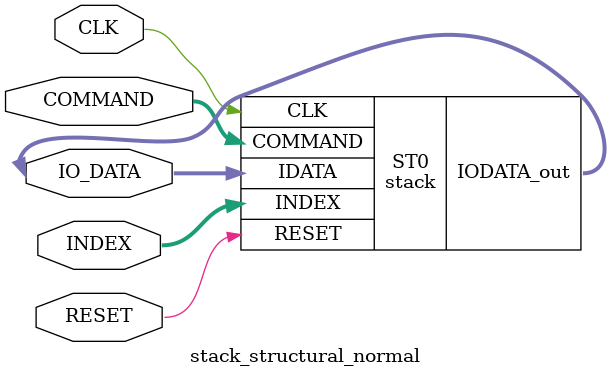
<source format=sv>


module RS(output wire Q, input wire R, C, S, RESET);
    wire Rc, Sc, notQ, w1;
    and IN1(Rc, R, C);
    and IN2(Sc, S, C);
    nor NOR1(w1, Sc, Q); 
    or OR1(notQ, w1, RESET);
    nor NOR2(Q, notQ, Rc);
endmodule

module D_trigger(output wire Q, input wire C, D, RESET);
    wire  notD;
    not ND(notD, D);
    RS RS1(.Q(Q), .R(notD), .C(C), .S(D), .RESET(RESET) );
endmodule

module D_trigger_front(output wire Q, input wire C, D, RESET);
    wire notC, w1;
    not NC(notC, C);
    D_trigger D_TR1(.Q(w1), .C(C), .D(D), .RESET(RESET));
    D_trigger D_TR2(.Q(Q), .C(notC), .D(w1), .RESET(RESET));
endmodule


module counter_5(output wire Q0, Q1, Q2, Q3, Q4, input wire C, pop_push, RESET);
    wire w01, w02, w11, w12, w21, w22, w31, w32, w41, w42, W0, W1, W2, W3, W4, resandW0, resandC, notpop_push;
    not Npush_pop(notpop_push, pop_push);

    and W_01(w01, pop_push, Q4);
    and W_02(w02, notpop_push, Q1);
    or W_0(W0, w01, w02);
    or res_and_wo(resandW0, W0, RESET);
    or res_and_c(resandC, RESET, C);
    D_trigger_front D_TR0(.Q(Q0), .C(resandC), .D(resandW0), .RESET(RESET));

    and W_11(w11, pop_push, Q0);
    and W_12(w12, notpop_push, Q2);
    or W_1(W1, w11, w12);
    D_trigger_front D_TR1(.Q(Q1), .C(C), .D(W1), .RESET(RESET));

    and W_21(w21, pop_push, Q1);
    and W_22(w22, notpop_push, Q3);
    or W_2(W2, w21, w22);
    D_trigger_front D_TR2(.Q(Q2), .C(C), .D(W2), .RESET(RESET));

    and W_31(w31, pop_push, Q2);
    and W_32(w32, notpop_push, Q4);
    or W_3(W3, w31, w32);
    D_trigger_front D_TR3(.Q(Q3), .C(C), .D(W3), .RESET(RESET));

    and W_41(w41, pop_push, Q3);
    and W_42(w42, notpop_push, Q0);
    or W_4(W4, w41, w42);
    D_trigger_front D_TR4(.Q(Q4), .C(C), .D(W4), .RESET(RESET));
endmodule

module Minus1_or_0(output wire Q0, Q1, Q2, Q3, Q4, input wire A0, A1, A2, A3, A4, C);
    and Q_0(Q0, C, A1 );
    and Q_1(Q1, C, A2 );
    and Q_2(Q2, C, A3 );
    and Q_3(Q3, C, A4 );
    and Q_4(Q4, C, A0 );
endmodule

module Minus2_or_0(output wire Q0, Q1, Q2, Q3, Q4, input wire A0, A1, A2, A3, A4, C);
    and Q_0(Q0, C, A2 );
    and Q_1(Q1, C, A3 );
    and Q_2(Q2, C, A4 );
    and Q_3(Q3, C, A0 );
    and Q_4(Q4, C, A1 );
endmodule

module Minus3_or_0(output wire Q0, Q1, Q2, Q3, Q4, input wire A0, A1, A2, A3, A4, C);
    and Q_0(Q0, C, A3 );
    and Q_1(Q1, C, A4 );
    and Q_2(Q2, C, A0 );
    and Q_3(Q3, C, A1 );
    and Q_4(Q4, C, A2 );
endmodule

module Minus4_or_0(output wire Q0, Q1, Q2, Q3, Q4, input wire A0, A1, A2, A3, A4, C);
    and Q_0(Q0, C, A4 );
    and Q_1(Q1, C, A0 );
    and Q_2(Q2, C, A1 );
    and Q_3(Q3, C, A2 );
    and Q_4(Q4, C, A3 );
endmodule

module OperationManager(output wire Q0, Q1, Q2, Q3, Q4, input wire pop, push, get, get0, get1, get2,  A0, A1, A2, A3, A4 );
    wire w00, w01, w02, w03, w04, w10, w11, w12, w13, w14, w20, w21, w22, w23, w24, w30, w31, w32, w33, w34, w40, notget0, notget1, notget2,
    w41, w42, w43, w44, w50, w51, w52, w53, w54, pushOrget, C2, C3, C4, g0, g1, g2, g3, g4, g5, g6, g7;

    not Ng0(notget0, get0);
    not Ng1(notget1, get1);
    not Ng2(notget2, get2);

    and get_0(g0, notget0, notget1, notget2, get);
    and get_1(g1, notget0, notget1, get2, get);
    and get_2(g2, notget0, get1, notget2, get);
    and get_3(g3, notget0, get1, get2, get);
    and get_4(g4, get0, notget1, notget2, get);
    and get_5(g5, get0, notget1, get2, get);
    and get_6(g6, get0, get1, notget2, get);
    and get_7(g7, get0, get1, get2, get);
    
    or C_1(C1, g4, push);
    or C_2(C2, g0, g5);
    or c_3(C3, g1, g6);
    or C_4(C4, g2, g7);

    Minus1_or_0 M0(.A0(A0), .A1(A1), .A2(A2), .A3(A3), .A4(A4), .C(pop), .Q0(w00), .Q1(w01), .Q2(w02), .Q3(w03), .Q4(w04));
    and AND0(w10, C1, A0);
    and AND1(w11, C1, A1);
    and AND2(w12, C1, A2);
    and AND3(w13, C1, A3);
    and AND4(w14, C1, A4);
    
    // нижнии модули

    Minus1_or_0 M1(.A0(A0), .A1(A1), .A2(A2), .A3(A3), .A4(A4), .C(C2), .Q0(w20), .Q1(w21), .Q2(w22), .Q3(w23), .Q4(w24));
    Minus2_or_0 M2(.A0(A0), .A1(A1), .A2(A2), .A3(A3), .A4(A4), .C(C3), .Q0(w30), .Q1(w31), .Q2(w32), .Q3(w33), .Q4(w34));
    Minus3_or_0 M3(.A0(A0), .A1(A1), .A2(A2), .A3(A3), .A4(A4), .C(C4), .Q0(w40), .Q1(w41), .Q2(w42), .Q3(w43), .Q4(w44));
    Minus4_or_0 M4(.A0(A0), .A1(A1), .A2(A2), .A3(A3), .A4(A4), .C(g3), .Q0(w50), .Q1(w51), .Q2(w52), .Q3(w53), .Q4(w54));

    // выходы
    
    or Q_0(Q0, w00, w10, w20, w30, w40, w50);
    or Q_1(Q1, w01, w11, w21, w31, w41, w51);
    or Q_2(Q2, w02, w12, w22, w32, w42, w52);
    or Q_3(Q3, w03, w13, w23, w33, w43, w53);
    or Q_4(Q4, w04, w14, w24, w34, w44, w54);
    
endmodule

module cell_4(output wire[3:0] ODATA, input wire RESET, CLK, input wire[3:0] IDATA);
    
    D_trigger D_TR0(.Q(ODATA[0]), .C(CLK), .RESET(RESET), .D(IDATA[0]));
    D_trigger D_TR1(.Q(ODATA[1]), .C(CLK), .RESET(RESET), .D(IDATA[1]));
    D_trigger D_TR2(.Q(ODATA[2]), .C(CLK), .RESET(RESET), .D(IDATA[2]));
    D_trigger D_TR3(.Q(ODATA[3]), .C(CLK), .RESET(RESET), .D(IDATA[3]));

endmodule

module MUX(output wire[3:0] DATA, input wire A0, A1, A2, A3, A4, input wire[3:0] D0, D1, D2, D3, D4);
wire w00, w01, w02, w03, w10, w11, w12, w13, w20, w21, w22, w23, w30, w31, w32, w33, w40, w41, w42, w43;

    and AND00(w00, A0, D0[0]);
    and AND01(w01, A0, D0[1]);
    and AND02(w02, A0, D0[2]);
    and AND03(w03, A0, D0[3]);

    and AND10(w10, A1, D1[0]);
    and AND11(w11, A1, D1[1]);
    and AND12(w12, A1, D1[2]);
    and AND13(w13, A1, D1[3]);

    and AND20(w20, A2, D2[0]);
    and AND21(w21, A2, D2[1]);
    and AND22(w22, A2, D2[2]);
    and AND23(w23, A2, D2[3]);

    and AND30(w30, A3, D3[0]);
    and AND31(w31, A3, D3[1]);
    and AND32(w32, A3, D3[2]);
    and AND33(w33, A3, D3[3]);

    and AND40(w40, A4, D4[0]);
    and AND41(w41, A4, D4[1]);
    and AND42(w42, A4, D4[2]);
    and AND43(w43, A4, D4[3]);

    or OR0(DATA[0], w00, w10, w20, w30, w40);
    or OR1(DATA[1], w01, w11, w21, w31, w41);
    or OR2(DATA[2], w02, w12, w22, w32, w42);
    or OR3(DATA[3], w03, w13, w23, w33, w43);

endmodule  

module MEM(output wire[3:0] ODATA, input wire A0, A1, A2, A3, A4, R_W, CLK, RESET, input wire[3:0] IDATA);
    wire RC, CLK0, CLK1, CLK2, CLK3, CLK4;
    wire[3:0] D0, D1, D2, D3, D4;
    
    and read_and_clk(RC, CLK, R_W);
    and AND0(CLK0, RC, A0);
    and AND1(CLK1, RC, A1);
    and AND2(CLK2, RC, A2);
    and AND3(CLK3, RC, A3);
    and AND4(CLK4, RC, A4);

    cell_4 Cell0(.ODATA(D0), .RESET(RESET), .CLK(CLK0), .IDATA(IDATA));
    cell_4 Cell1(.ODATA(D1), .RESET(RESET), .CLK(CLK1), .IDATA(IDATA));
    cell_4 Cell2(.ODATA(D2), .RESET(RESET), .CLK(CLK2), .IDATA(IDATA));
    cell_4 Cell3(.ODATA(D3), .RESET(RESET), .CLK(CLK3), .IDATA(IDATA));
    cell_4 Cell4(.ODATA(D4), .RESET(RESET), .CLK(CLK4), .IDATA(IDATA));

    MUX MUX1(.DATA(ODATA), .A0(A0), .A1(A1), .A2(A2), .A3(A3), .A4(A4), .D0(D0), .D1(D1), .D2(D2), .D3(D3), .D4(D4));
endmodule

module in_out(output wire Q, input wire A, B);
    wire notA; 
    not not_A(notA, A);
    nmos p_tr(Q, (B), A);
    pmos n_tr(Q, (B), notA);
endmodule

module in_out_4(output wire[3:0] ODATA, input wire READ, input wire[3:0] IDATA);

    in_out INOUT0(.Q(ODATA[0]), .A(READ), .B(IDATA[0]) );
    in_out INOUT1(.Q(ODATA[1]), .A(READ), .B(IDATA[1]) );
    in_out INOUT2(.Q(ODATA[2]), .A(READ), .B(IDATA[2]) );
    in_out INOUT3(.Q(ODATA[3]), .A(READ), .B(IDATA[3]) );

endmodule

module stack(output wire[3:0] IODATA_out, input wire RESET, CLK, input wire[1:0] COMMAND, input wire[2:0] INDEX, input wire[3:0] IDATA);
    wire notOP1, notOP2, nop, push, pop, get, getORpop, pushORpop, CLKcounter, CLKpopORget, notpop, counterPP,
    Q0, Q1, Q2, Q3, Q4, W0, W1, W2, W3, W4;
    wire[3:0] OUTMEM;
    not not_OP1(notOP1, COMMAND[0]);
    not not_OP2(notOP2, COMMAND[1]);
    and NOP(nop, notOP1, notOP2);
    and PUSH(push, notOP1, COMMAND[1]);
    and POP(pop, COMMAND[0], notOP2);
    not NOT_POP(notpop, pop);
    and GET(get, COMMAND[0], COMMAND[1]);
    or POP_OR_GET(getORpop, pop, get);
    or PUSH_OR_POP(pushORpop, push, pop);
    and CLK_COUNTER(CLKcounter, pushORpop, CLK);
    and CLK_POP_OR_GET(CLKpopORget, getORpop, CLK);
    or COUNTER_PP(counterPP, notpop, push);

    counter_5 C5(.C(CLKcounter), .pop_push(counterPP), .RESET(RESET), .Q0(Q0), .Q1(Q1), .Q2(Q2), .Q3(Q3), .Q4(Q4));
    OperationManager M5(.pop(pop), .A0(Q0), .A1(Q1), .A2(Q2), .A3(Q3), .A4(Q4), 
    .push(push), .get(get), .get0(INDEX[0]), .get1(INDEX[1]), .get2(INDEX[2]), .Q0(W0), .Q1(W1), .Q2(W2), .Q3(W3), .Q4(W4) );
    MEM MEM0(.A0(W0), .A1(W1), .A2(W2), .A3(W3), .A4(W4), .R_W(push), .CLK(CLK), .RESET(RESET), .IDATA(IDATA), .ODATA(OUTMEM));
    in_out INOUT0(.Q(OUTMEM[0]), .A(CLKpopORget), .B(IODATA_out[0]));
    in_out INOUT1(.Q(OUTMEM[1]), .A(CLKpopORget), .B(IODATA_out[1]));
    in_out INOUT2(.Q(OUTMEM[2]), .A(CLKpopORget), .B(IODATA_out[2]));
    in_out INOUT3(.Q(OUTMEM[3]), .A(CLKpopORget), .B(IODATA_out[3]));
endmodule 

module stack_structural_normal(
    input wire RESET, 
    input wire CLK, 
    input wire[1:0] COMMAND,
    input wire[2:0] INDEX,
    inout wire[3:0] IO_DATA
    ); 
    
   stack ST0(.IODATA_out(IO_DATA), .RESET(RESET), .CLK(CLK), .COMMAND(COMMAND), .INDEX(INDEX), .IDATA(IO_DATA));

endmodule

</source>
